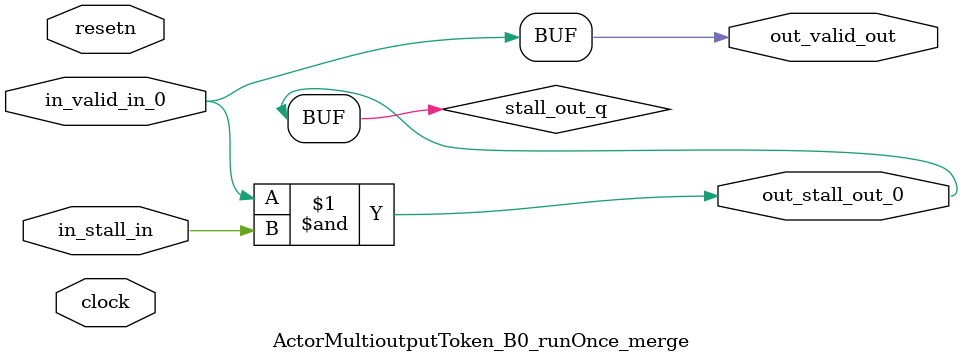
<source format=sv>



(* altera_attribute = "-name AUTO_SHIFT_REGISTER_RECOGNITION OFF; -name MESSAGE_DISABLE 10036; -name MESSAGE_DISABLE 10037; -name MESSAGE_DISABLE 14130; -name MESSAGE_DISABLE 14320; -name MESSAGE_DISABLE 15400; -name MESSAGE_DISABLE 14130; -name MESSAGE_DISABLE 10036; -name MESSAGE_DISABLE 12020; -name MESSAGE_DISABLE 12030; -name MESSAGE_DISABLE 12010; -name MESSAGE_DISABLE 12110; -name MESSAGE_DISABLE 14320; -name MESSAGE_DISABLE 13410; -name MESSAGE_DISABLE 113007; -name MESSAGE_DISABLE 10958" *)
module ActorMultioutputToken_B0_runOnce_merge (
    input wire [0:0] in_stall_in,
    input wire [0:0] in_valid_in_0,
    output wire [0:0] out_stall_out_0,
    output wire [0:0] out_valid_out,
    input wire clock,
    input wire resetn
    );

    wire [0:0] stall_out_q;


    // stall_out(LOGICAL,6)
    assign stall_out_q = in_valid_in_0 & in_stall_in;

    // out_stall_out_0(GPOUT,4)
    assign out_stall_out_0 = stall_out_q;

    // out_valid_out(GPOUT,5)
    assign out_valid_out = in_valid_in_0;

endmodule

</source>
